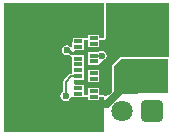
<source format=gtl>
G04*
G04 #@! TF.GenerationSoftware,Altium Limited,Altium Designer,20.1.14 (287)*
G04*
G04 Layer_Physical_Order=1*
G04 Layer_Color=255*
%FSLAX25Y25*%
%MOIN*%
G70*
G04*
G04 #@! TF.SameCoordinates,393418DF-571C-4769-8AC5-FB63858C89C1*
G04*
G04*
G04 #@! TF.FilePolarity,Positive*
G04*
G01*
G75*
%ADD11C,0.01000*%
%ADD12R,0.15748X0.11811*%
%ADD13R,0.02756X0.01181*%
%ADD14R,0.02756X0.03937*%
%ADD22C,0.02500*%
%ADD23C,0.00700*%
%ADD24O,0.08661X0.04331*%
%ADD25O,0.10236X0.05118*%
G04:AMPARAMS|DCode=26|XSize=70.87mil|YSize=70.87mil|CornerRadius=8.86mil|HoleSize=0mil|Usage=FLASHONLY|Rotation=180.000|XOffset=0mil|YOffset=0mil|HoleType=Round|Shape=RoundedRectangle|*
%AMROUNDEDRECTD26*
21,1,0.07087,0.05315,0,0,180.0*
21,1,0.05315,0.07087,0,0,180.0*
1,1,0.01772,-0.02657,0.02657*
1,1,0.01772,0.02657,0.02657*
1,1,0.01772,0.02657,-0.02657*
1,1,0.01772,-0.02657,-0.02657*
%
%ADD26ROUNDEDRECTD26*%
%ADD27C,0.07087*%
%ADD28C,0.02362*%
G36*
X33366Y42913D02*
X33366Y31299D01*
X31681D01*
Y32390D01*
X27925D01*
Y31299D01*
X26563D01*
Y31405D01*
X22807D01*
Y31299D01*
X22787D01*
X22764Y28251D01*
X22263Y28101D01*
X22078Y28377D01*
X21522Y28749D01*
X20866Y28879D01*
X20210Y28749D01*
X19654Y28377D01*
X19283Y27821D01*
X19152Y27165D01*
X19283Y26509D01*
X19654Y25953D01*
X20210Y25582D01*
X20866Y25451D01*
X21522Y25582D01*
X21535Y25591D01*
X21767Y25436D01*
X22157Y25358D01*
X22387D01*
X22739Y25003D01*
X22697Y19371D01*
X22257D01*
X21925Y19305D01*
X21644Y19117D01*
X19860Y17332D01*
X19672Y17051D01*
X19606Y16719D01*
Y13352D01*
X19260Y13122D01*
X18889Y12565D01*
X18758Y11909D01*
X18889Y11253D01*
X19260Y10697D01*
X19816Y10326D01*
X20472Y10195D01*
X21128Y10326D01*
X21684Y10697D01*
X22056Y11253D01*
X22138Y11667D01*
X22638Y11616D01*
X22638Y11614D01*
X22807Y11508D01*
X23094Y11508D01*
X26563D01*
Y11614D01*
X27925D01*
Y10524D01*
X31681D01*
Y11614D01*
X33366D01*
X33366Y0D01*
X0Y0D01*
X-0Y11614D01*
Y32181D01*
D01*
X0Y42913D01*
X33366Y42913D01*
D02*
G37*
G36*
X55118Y24909D02*
X45375D01*
X45276Y24951D01*
X45276Y24951D01*
X39640D01*
X39099Y24951D01*
X39099Y24951D01*
X38476Y24909D01*
Y24552D01*
X36092Y22168D01*
X35934Y21785D01*
X35934Y21785D01*
Y13423D01*
X34875Y12365D01*
X33749Y11997D01*
X33366Y12155D01*
X31681D01*
Y14673D01*
X27925D01*
Y12155D01*
X26563D01*
Y15657D01*
X23471D01*
Y17413D01*
X26563D01*
Y21350D01*
Y25500D01*
X23471D01*
Y27256D01*
X26563D01*
Y30758D01*
X27925D01*
Y28240D01*
X31681D01*
Y30758D01*
X33366D01*
X33749Y30917D01*
X33907Y31299D01*
X33907Y42913D01*
X33907Y42913D01*
X55118D01*
Y24909D01*
D02*
G37*
G36*
X46850Y22835D02*
X44488Y12598D01*
X44357Y12730D01*
X36475D01*
Y21785D01*
X39099Y24409D01*
X45276D01*
X46850Y22835D01*
D02*
G37*
%LPC*%
G36*
X32458Y27074D02*
X31802Y26943D01*
X31246Y26572D01*
X31187Y26484D01*
X27925D01*
Y22335D01*
X31681D01*
Y22596D01*
X32458Y23646D01*
X33114Y23776D01*
X33670Y24148D01*
X34042Y24704D01*
X34172Y25360D01*
X34042Y26016D01*
X33670Y26572D01*
X33114Y26943D01*
X32458Y27074D01*
D02*
G37*
G36*
X31681Y20579D02*
X27925D01*
Y16429D01*
X31681D01*
Y18398D01*
Y20579D01*
D02*
G37*
%LPD*%
D11*
X22157Y26378D02*
X24685D01*
X21370Y27165D02*
X22157Y26378D01*
X20866Y27165D02*
X21370D01*
D12*
X46850Y18504D02*
D03*
Y33465D02*
D03*
D13*
X29803Y33268D02*
D03*
Y31299D02*
D03*
Y29331D02*
D03*
Y27362D02*
D03*
Y25394D02*
D03*
Y23425D02*
D03*
Y19488D02*
D03*
Y17520D02*
D03*
Y15551D02*
D03*
Y13583D02*
D03*
Y11614D02*
D03*
Y9646D02*
D03*
X24685Y12598D02*
D03*
Y14567D02*
D03*
Y16535D02*
D03*
Y18504D02*
D03*
Y20472D02*
D03*
Y22441D02*
D03*
Y24409D02*
D03*
Y26378D02*
D03*
Y28346D02*
D03*
Y30315D02*
D03*
D14*
Y9252D02*
D03*
Y33661D02*
D03*
D22*
X30502Y9274D02*
X34307D01*
X38189Y13155D01*
Y13386D01*
X30502Y5294D02*
Y9274D01*
X30502Y9274D01*
X28189Y4449D02*
X29656D01*
X30502Y5294D01*
D23*
X32441Y25377D02*
X32458Y25360D01*
X29820Y25377D02*
X32441D01*
X29803Y25394D02*
X29820Y25377D01*
X20472Y11909D02*
Y16719D01*
X22257Y18504D01*
X24685D01*
D24*
X28189Y38465D02*
D03*
Y4449D02*
D03*
D25*
X7087Y38465D02*
D03*
Y4449D02*
D03*
D26*
X49311Y6791D02*
D03*
D27*
X39311D02*
D03*
D28*
X38189Y18635D02*
D03*
Y16011D02*
D03*
Y21260D02*
D03*
Y13386D02*
D03*
X20866Y27165D02*
D03*
X32458Y25360D02*
D03*
X38966Y35513D02*
D03*
X38958Y37852D02*
D03*
X20472Y11909D02*
D03*
M02*

</source>
